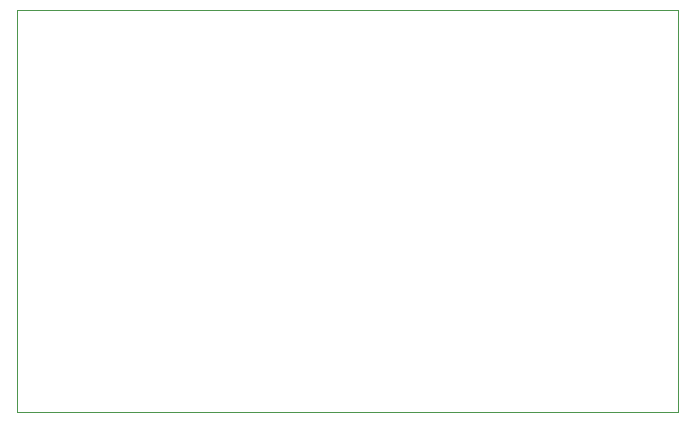
<source format=gbr>
G04 #@! TF.GenerationSoftware,KiCad,Pcbnew,(5.1.5)-2*
G04 #@! TF.CreationDate,2020-01-08T13:09:33+10:00*
G04 #@! TF.ProjectId,teensy-carrier,7465656e-7379-42d6-9361-72726965722e,rev?*
G04 #@! TF.SameCoordinates,Original*
G04 #@! TF.FileFunction,Profile,NP*
%FSLAX46Y46*%
G04 Gerber Fmt 4.6, Leading zero omitted, Abs format (unit mm)*
G04 Created by KiCad (PCBNEW (5.1.5)-2) date 2020-01-08 13:09:33*
%MOMM*%
%LPD*%
G04 APERTURE LIST*
%ADD10C,0.050000*%
G04 APERTURE END LIST*
D10*
X723500000Y-399000000D02*
X723500000Y-365000000D01*
X667500000Y-399000000D02*
X723500000Y-399000000D01*
X667500000Y-365000000D02*
X667500000Y-399000000D01*
X723500000Y-365000000D02*
X667500000Y-365000000D01*
M02*

</source>
